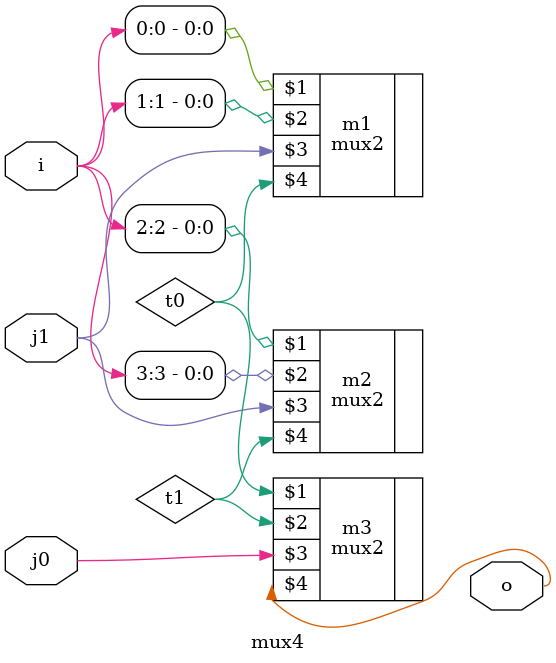
<source format=v>
module mux4 (input wire [3:0] i, input wire j1, j0, output wire o);
  wire  t0, t1;

mux2 m1(i[0],i[1],j1,t0);
mux2 m2(i[2],i[3],j1,t1);
mux2 m3(t0,t1,j0,o);

endmodule


</source>
